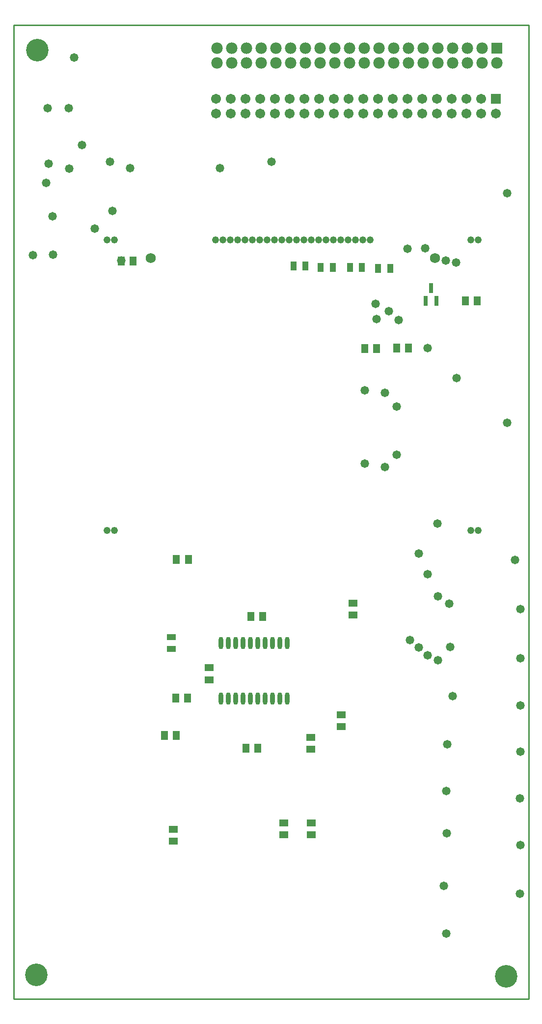
<source format=gbs>
G04 Layer_Color=16711935*
%FSLAX24Y24*%
%MOIN*%
G70*
G01*
G75*
%ADD11C,0.0100*%
%ADD26C,0.0680*%
%ADD42R,0.0434X0.0631*%
%ADD46R,0.0454X0.0592*%
%ADD47R,0.0631X0.0434*%
%ADD50R,0.0780X0.0780*%
%ADD51C,0.0780*%
%ADD52C,0.1530*%
%ADD53C,0.0480*%
%ADD54R,0.0671X0.0671*%
%ADD55C,0.0671*%
%ADD56C,0.0580*%
%ADD57O,0.0316X0.0828*%
%ADD58R,0.0316X0.0710*%
%ADD59R,0.0592X0.0454*%
D11*
X0Y0D02*
Y66024D01*
Y0D02*
X34961D01*
Y66024D01*
X0D02*
X34961D01*
D26*
X28601Y50227D02*
D03*
X9301D02*
D03*
D42*
X25561Y49528D02*
D03*
X24754D02*
D03*
X23632Y49606D02*
D03*
X22825D02*
D03*
X20856D02*
D03*
X21663D02*
D03*
X19813Y49685D02*
D03*
X19006D02*
D03*
D46*
X11821Y20394D02*
D03*
X11014D02*
D03*
X11033Y17874D02*
D03*
X10226D02*
D03*
X16585Y17008D02*
D03*
X15778D02*
D03*
X16900Y25945D02*
D03*
X16093D02*
D03*
X11860Y29803D02*
D03*
X11053D02*
D03*
X30659Y47323D02*
D03*
X31467D02*
D03*
X23848Y44094D02*
D03*
X24656D02*
D03*
X26014Y44134D02*
D03*
X26821D02*
D03*
X7313Y50039D02*
D03*
X8120D02*
D03*
D47*
X10709Y23730D02*
D03*
Y24537D02*
D03*
D50*
X32807Y64476D02*
D03*
D51*
Y63476D02*
D03*
X31807Y64476D02*
D03*
Y63476D02*
D03*
X30807Y64476D02*
D03*
Y63476D02*
D03*
X29807Y64476D02*
D03*
Y63476D02*
D03*
X28807Y64476D02*
D03*
Y63476D02*
D03*
X27807Y64476D02*
D03*
Y63476D02*
D03*
X26807Y64476D02*
D03*
Y63476D02*
D03*
X25807Y64476D02*
D03*
Y63476D02*
D03*
X24807Y64476D02*
D03*
Y63476D02*
D03*
X23807Y64476D02*
D03*
Y63476D02*
D03*
X22807Y64476D02*
D03*
Y63476D02*
D03*
X21807Y64476D02*
D03*
Y63476D02*
D03*
X20807Y64476D02*
D03*
Y63476D02*
D03*
X19807Y64476D02*
D03*
Y63476D02*
D03*
X18807Y64476D02*
D03*
Y63476D02*
D03*
X17807Y64476D02*
D03*
Y63476D02*
D03*
X16807Y64476D02*
D03*
Y63476D02*
D03*
X15807Y64476D02*
D03*
Y63476D02*
D03*
X14807Y64476D02*
D03*
Y63476D02*
D03*
X13807Y64476D02*
D03*
Y63476D02*
D03*
D52*
X33425Y1535D02*
D03*
X1535Y1614D02*
D03*
X1614Y64331D02*
D03*
D53*
X31551Y31767D02*
D03*
X31051D02*
D03*
X31551Y51457D02*
D03*
X31051D02*
D03*
X6851Y31767D02*
D03*
X6351D02*
D03*
Y51457D02*
D03*
X6851D02*
D03*
X21201D02*
D03*
X24201D02*
D03*
X23701D02*
D03*
X23201D02*
D03*
X22701D02*
D03*
X22201D02*
D03*
X21701D02*
D03*
X20701D02*
D03*
X20201D02*
D03*
X19701D02*
D03*
X19201D02*
D03*
X18701D02*
D03*
X18201D02*
D03*
X17701D02*
D03*
X17201D02*
D03*
X16701D02*
D03*
X16201D02*
D03*
X15701D02*
D03*
X15201D02*
D03*
X14701D02*
D03*
X14201D02*
D03*
X13701D02*
D03*
D54*
X32756Y61024D02*
D03*
D55*
Y60024D02*
D03*
X31756Y61024D02*
D03*
Y60024D02*
D03*
X30756Y61024D02*
D03*
Y60024D02*
D03*
X29756Y61024D02*
D03*
Y60024D02*
D03*
X28756Y61024D02*
D03*
Y60024D02*
D03*
X27756Y61024D02*
D03*
Y60024D02*
D03*
X26756Y61024D02*
D03*
Y60024D02*
D03*
X25756Y61024D02*
D03*
Y60024D02*
D03*
X24756Y61024D02*
D03*
Y60024D02*
D03*
X23756Y61024D02*
D03*
Y60024D02*
D03*
X22756Y61024D02*
D03*
Y60024D02*
D03*
X21756Y61024D02*
D03*
Y60024D02*
D03*
X20756Y61024D02*
D03*
Y60024D02*
D03*
X19756Y61024D02*
D03*
Y60024D02*
D03*
X18756Y61024D02*
D03*
Y60024D02*
D03*
X17756Y61024D02*
D03*
Y60024D02*
D03*
X16756Y61024D02*
D03*
Y60024D02*
D03*
X15756Y61024D02*
D03*
Y60024D02*
D03*
X14756Y61024D02*
D03*
Y60024D02*
D03*
X13756Y61024D02*
D03*
Y60024D02*
D03*
D56*
X34370Y7126D02*
D03*
X34409Y10433D02*
D03*
X34370Y13583D02*
D03*
X34409Y16772D02*
D03*
Y19882D02*
D03*
Y23110D02*
D03*
Y26417D02*
D03*
X26014Y36900D02*
D03*
Y40167D02*
D03*
X33504Y54646D02*
D03*
Y39055D02*
D03*
X2638Y53071D02*
D03*
X2205Y55315D02*
D03*
X2362Y56614D02*
D03*
X2323Y60394D02*
D03*
X3740D02*
D03*
X3780Y56299D02*
D03*
X29380Y4439D02*
D03*
X29222Y7667D02*
D03*
X29390Y11240D02*
D03*
X29360Y14085D02*
D03*
X29439Y17274D02*
D03*
X29793Y20541D02*
D03*
X29656Y23848D02*
D03*
X29577Y26801D02*
D03*
X34055Y29764D02*
D03*
X24656Y46112D02*
D03*
X28110Y44134D02*
D03*
X2677Y50472D02*
D03*
X1299Y50433D02*
D03*
X4094Y63819D02*
D03*
X7323Y50079D02*
D03*
X6693Y53425D02*
D03*
X5512Y52244D02*
D03*
X4646Y57913D02*
D03*
X6535Y56772D02*
D03*
X17504D02*
D03*
X7913Y56339D02*
D03*
X14016D02*
D03*
X28819Y22953D02*
D03*
Y27283D02*
D03*
X23848Y36309D02*
D03*
Y41250D02*
D03*
X24567Y47126D02*
D03*
X26756Y50850D02*
D03*
X28110Y23307D02*
D03*
Y28780D02*
D03*
X25197Y36063D02*
D03*
Y41102D02*
D03*
X25472Y46614D02*
D03*
X27953Y50906D02*
D03*
X30039Y49921D02*
D03*
X30079Y42087D02*
D03*
X28780Y32244D02*
D03*
X26890Y24331D02*
D03*
X29331Y50079D02*
D03*
X26142Y46024D02*
D03*
X27520Y30197D02*
D03*
Y23819D02*
D03*
D57*
X14089Y24114D02*
D03*
X14589D02*
D03*
X15089D02*
D03*
X15589D02*
D03*
X16089D02*
D03*
X16589D02*
D03*
X17089D02*
D03*
X17589D02*
D03*
X18089D02*
D03*
X18589D02*
D03*
X14089Y20374D02*
D03*
X14589D02*
D03*
X15089D02*
D03*
X15589D02*
D03*
X16089D02*
D03*
X16589D02*
D03*
X17089D02*
D03*
X17589D02*
D03*
X18089D02*
D03*
X18589D02*
D03*
D58*
X28346Y48189D02*
D03*
X27972Y47323D02*
D03*
X28720D02*
D03*
D59*
X10827Y11506D02*
D03*
Y10699D02*
D03*
X13268Y21644D02*
D03*
Y22451D02*
D03*
X18346Y11939D02*
D03*
Y11132D02*
D03*
X20197Y11939D02*
D03*
Y11132D02*
D03*
X20157Y17726D02*
D03*
Y16919D02*
D03*
X23031Y26014D02*
D03*
Y26821D02*
D03*
X22244Y18455D02*
D03*
Y19262D02*
D03*
M02*

</source>
